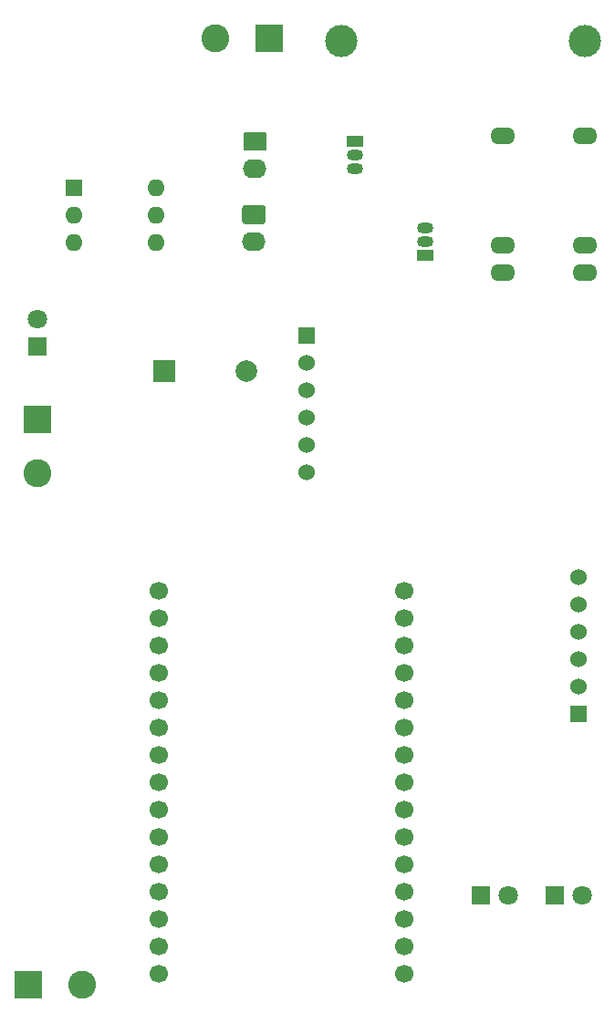
<source format=gbr>
%TF.GenerationSoftware,KiCad,Pcbnew,5.1.12-84ad8e8a86~92~ubuntu16.04.1*%
%TF.CreationDate,2022-04-25T15:27:55-03:00*%
%TF.ProjectId,Avionica,4176696f-6e69-4636-912e-6b696361645f,rev?*%
%TF.SameCoordinates,Original*%
%TF.FileFunction,Soldermask,Bot*%
%TF.FilePolarity,Negative*%
%FSLAX46Y46*%
G04 Gerber Fmt 4.6, Leading zero omitted, Abs format (unit mm)*
G04 Created by KiCad (PCBNEW 5.1.12-84ad8e8a86~92~ubuntu16.04.1) date 2022-04-25 15:27:55*
%MOMM*%
%LPD*%
G01*
G04 APERTURE LIST*
%ADD10O,2.300000X1.600000*%
%ADD11R,1.524000X1.524000*%
%ADD12C,1.524000*%
%ADD13R,2.000000X2.000000*%
%ADD14C,2.000000*%
%ADD15R,1.800000X1.800000*%
%ADD16C,1.800000*%
%ADD17C,3.000000*%
%ADD18C,2.600000*%
%ADD19R,2.600000X2.600000*%
%ADD20O,2.190000X1.740000*%
%ADD21O,1.500000X1.050000*%
%ADD22R,1.500000X1.050000*%
%ADD23R,1.600000X1.600000*%
%ADD24O,1.600000X1.600000*%
%ADD25C,1.700000*%
G04 APERTURE END LIST*
D10*
%TO.C,K1*%
X152910000Y-61760000D03*
X152910000Y-71920000D03*
X145290000Y-61760000D03*
X145290000Y-71920000D03*
X152910000Y-74460000D03*
X145290000Y-74460000D03*
%TD*%
D11*
%TO.C,A1*%
X152300000Y-115500000D03*
D12*
X152300000Y-112960000D03*
X152300000Y-110420000D03*
X152300000Y-107880000D03*
X152300000Y-105340000D03*
X152300000Y-102800000D03*
%TD*%
D11*
%TO.C,A2*%
X127100000Y-80300000D03*
D12*
X127100000Y-82840000D03*
X127100000Y-85380000D03*
X127100000Y-87920000D03*
X127100000Y-90460000D03*
X127100000Y-93000000D03*
%TD*%
D13*
%TO.C,BZ1*%
X113900000Y-83600000D03*
D14*
X121500000Y-83600000D03*
%TD*%
D15*
%TO.C,D1*%
X150100000Y-132300000D03*
D16*
X152640000Y-132300000D03*
%TD*%
%TO.C,D2*%
X102100000Y-78760000D03*
D15*
X102100000Y-81300000D03*
%TD*%
%TO.C,D4*%
X143260000Y-132300000D03*
D16*
X145800000Y-132300000D03*
%TD*%
D17*
%TO.C,F2*%
X130300000Y-53000000D03*
X152900000Y-53000000D03*
%TD*%
D18*
%TO.C,J1*%
X106300000Y-140600000D03*
D19*
X101300000Y-140600000D03*
%TD*%
%TO.C,J2*%
X102100000Y-88100000D03*
D18*
X102100000Y-93100000D03*
%TD*%
D20*
%TO.C,J3*%
X122300000Y-64840000D03*
G36*
G01*
X121454999Y-61430000D02*
X123145001Y-61430000D01*
G75*
G02*
X123395000Y-61679999I0J-249999D01*
G01*
X123395000Y-62920001D01*
G75*
G02*
X123145001Y-63170000I-249999J0D01*
G01*
X121454999Y-63170000D01*
G75*
G02*
X121205000Y-62920001I0J249999D01*
G01*
X121205000Y-61679999D01*
G75*
G02*
X121454999Y-61430000I249999J0D01*
G01*
G37*
%TD*%
%TO.C,J4*%
G36*
G01*
X121354999Y-68230000D02*
X123045001Y-68230000D01*
G75*
G02*
X123295000Y-68479999I0J-249999D01*
G01*
X123295000Y-69720001D01*
G75*
G02*
X123045001Y-69970000I-249999J0D01*
G01*
X121354999Y-69970000D01*
G75*
G02*
X121105000Y-69720001I0J249999D01*
G01*
X121105000Y-68479999D01*
G75*
G02*
X121354999Y-68230000I249999J0D01*
G01*
G37*
X122200000Y-71640000D03*
%TD*%
D19*
%TO.C,J5*%
X123600000Y-52700000D03*
D18*
X118600000Y-52700000D03*
%TD*%
D21*
%TO.C,Q1*%
X131600000Y-63570000D03*
X131600000Y-64840000D03*
D22*
X131600000Y-62300000D03*
%TD*%
%TO.C,Q2*%
X138100000Y-72900000D03*
D21*
X138100000Y-70360000D03*
X138100000Y-71630000D03*
%TD*%
D23*
%TO.C,U2*%
X105500000Y-66600000D03*
D24*
X113120000Y-71680000D03*
X105500000Y-69140000D03*
X113120000Y-69140000D03*
X105500000Y-71680000D03*
X113120000Y-66600000D03*
%TD*%
D25*
%TO.C,U3*%
X113405000Y-104050000D03*
X113405000Y-106590000D03*
X113405000Y-109130000D03*
X113405000Y-111670000D03*
X113405000Y-114210000D03*
X113405000Y-116750000D03*
X113405000Y-119290000D03*
X113405000Y-121830000D03*
X113405000Y-124370000D03*
X113405000Y-126910000D03*
X113405000Y-129450000D03*
X113405000Y-131990000D03*
X113405000Y-134530000D03*
X113405000Y-137070000D03*
X113405000Y-139610000D03*
X136160000Y-139610000D03*
X136160000Y-137070000D03*
X136160000Y-134530000D03*
X136160000Y-131990000D03*
X136160000Y-129450000D03*
X136160000Y-126910000D03*
X136160000Y-124370000D03*
X136160000Y-121830000D03*
X136160000Y-119290000D03*
X136160000Y-116750000D03*
X136160000Y-114210000D03*
X136160000Y-111670000D03*
X136160000Y-109130000D03*
X136160000Y-106590000D03*
X136160000Y-104050000D03*
%TD*%
M02*

</source>
